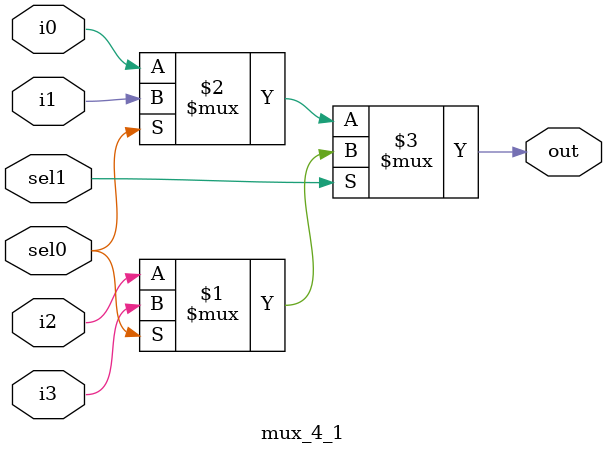
<source format=v>
module mux_4_1(
input  i0,i1,i2,i3,
input  sel0,sel1,
output reg out);
//00-> i0 , 01-> i1
//10-> i2,  11-> i3
assign out = sel1 ? (sel0 ? i3 : i2) : (sel0 ? i1 : i0);
endmodule

</source>
